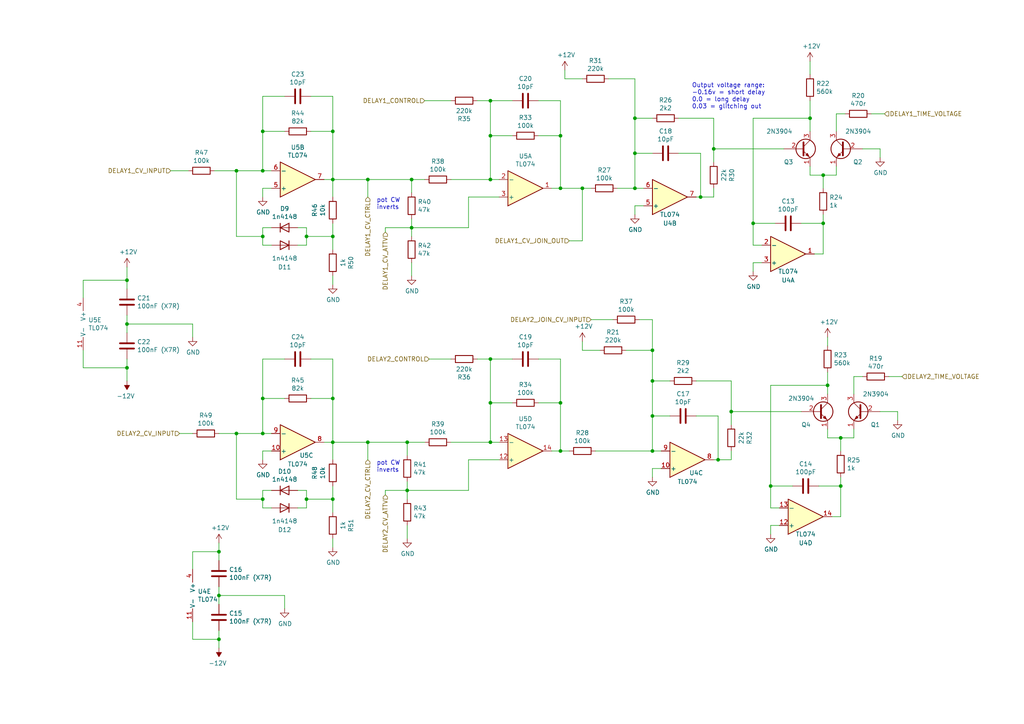
<source format=kicad_sch>
(kicad_sch (version 20211123) (generator eeschema)
  (paper "A4")
  (title_block (date "2022-01-13") (rev "v03") (comment 2 "creativecommons.org/licenses/by/4.0/") (comment 3 "License: CC BY 4.0") (comment 4 "Author: Guy John"))
  (lib_symbols
    (symbol "Amplifier_Operational:TL074" (pin_names (offset 0.127))
      (property "Reference" "U" (at 0 5.08 0))
      (property "Value" "TL074" (at 0 -5.08 0))
      (symbol "TL074_1_1"
        (polyline (pts (xy -5.08 5.08) (xy 5.08 0) (xy -5.08 -5.08) (xy -5.08 5.08)) (stroke (width 0.254)) (fill (type background)))
        (pin output line (at 7.62 0 180) (length 2.54) (name "~") (number "1"))
        (pin input line (at -7.62 -2.54 0) (length 2.54) (name "-") (number "2"))
        (pin input line (at -7.62 2.54 0) (length 2.54) (name "+") (number "3"))
      )
      (symbol "TL074_2_1"
        (polyline (pts (xy -5.08 5.08) (xy 5.08 0) (xy -5.08 -5.08) (xy -5.08 5.08)) (stroke (width 0.254)) (fill (type background)))
        (pin input line (at -7.62 2.54 0) (length 2.54) (name "+") (number "5"))
        (pin input line (at -7.62 -2.54 0) (length 2.54) (name "-") (number "6"))
        (pin output line (at 7.62 0 180) (length 2.54) (name "~") (number "7"))
      )
      (symbol "TL074_3_1"
        (polyline (pts (xy -5.08 5.08) (xy 5.08 0) (xy -5.08 -5.08) (xy -5.08 5.08)) (stroke (width 0.254)) (fill (type background)))
        (pin input line (at -7.62 2.54 0) (length 2.54) (name "+") (number "10"))
        (pin output line (at 7.62 0 180) (length 2.54) (name "~") (number "8"))
        (pin input line (at -7.62 -2.54 0) (length 2.54) (name "-") (number "9"))
      )
      (symbol "TL074_4_1"
        (polyline (pts (xy -5.08 5.08) (xy 5.08 0) (xy -5.08 -5.08) (xy -5.08 5.08)) (stroke (width 0.254)) (fill (type background)))
        (pin input line (at -7.62 2.54 0) (length 2.54) (name "+") (number "12"))
        (pin input line (at -7.62 -2.54 0) (length 2.54) (name "-") (number "13"))
        (pin output line (at 7.62 0 180) (length 2.54) (name "~") (number "14"))
      )
      (symbol "TL074_5_1"
        (pin power_in line (at -2.54 -7.62 90) (length 3.81) (name "V-") (number "11"))
        (pin power_in line (at -2.54 7.62 270) (length 3.81) (name "V+") (number "4"))
      )
    )
    (symbol "Device:C" (pin_numbers hide) (pin_names (offset 0.254))
      (property "Reference" "C" (at 0.635 2.54 0))
      (property "Value" "C" (at 0.635 -2.54 0))
      (symbol "C_0_1"
        (polyline (pts (xy -2.032 -0.762) (xy 2.032 -0.762)) (stroke (width 0.508)))
        (polyline (pts (xy -2.032 0.762) (xy 2.032 0.762)) (stroke (width 0.508)))
      )
      (symbol "C_1_1"
        (pin passive line (at 0 3.81 270) (length 2.794) (name "~") (number "1"))
        (pin passive line (at 0 -3.81 90) (length 2.794) (name "~") (number "2"))
      )
    )
    (symbol "Device:D" (pin_numbers hide) (pin_names (offset 1.016) hide)
      (property "Reference" "D" (at 0 2.54 0))
      (property "Value" "D" (at 0 -2.54 0))
      (symbol "D_0_1"
        (polyline (pts (xy -1.27 1.27) (xy -1.27 -1.27)) (stroke (width 0.254)))
        (polyline (pts (xy 1.27 0) (xy -1.27 0)))
        (polyline (pts (xy 1.27 1.27) (xy 1.27 -1.27) (xy -1.27 0) (xy 1.27 1.27)) (stroke (width 0.254)))
      )
      (symbol "D_1_1"
        (pin passive line (at -3.81 0 0) (length 2.54) (name "K") (number "1"))
        (pin passive line (at 3.81 0 180) (length 2.54) (name "A") (number "2"))
      )
    )
    (symbol "Device:R" (pin_numbers hide) (pin_names (offset 0))
      (property "Reference" "R" (at 2.032 0 90))
      (property "Value" "R" (at 0 0 90))
      (symbol "R_0_1"
        (rectangle (start -1.016 -2.54) (end 1.016 2.54) (stroke (width 0.254)))
      )
      (symbol "R_1_1"
        (pin passive line (at 0 3.81 270) (length 1.27) (name "~") (number "1"))
        (pin passive line (at 0 -3.81 90) (length 1.27) (name "~") (number "2"))
      )
    )
    (symbol "Transistor_BJT:2N3904" (pin_names (offset 0) hide)
      (property "Reference" "Q" (at 5.08 1.905 0))
      (property "Value" "2N3904" (at 5.08 0 0))
      (symbol "2N3904_0_1"
        (polyline (pts (xy 0.635 0.635) (xy 2.54 2.54)))
        (polyline (pts (xy 0.635 -0.635) (xy 2.54 -2.54) (xy 2.54 -2.54)))
        (polyline (pts (xy 0.635 1.905) (xy 0.635 -1.905) (xy 0.635 -1.905)) (stroke (width 0.508)))
        (polyline (pts (xy 1.27 -1.778) (xy 1.778 -1.27) (xy 2.286 -2.286) (xy 1.27 -1.778) (xy 1.27 -1.778)) (fill (type outline)))
        (circle (center 1.27 0) (radius 2.8194) (stroke (width 0.254)))
      )
      (symbol "2N3904_1_1"
        (pin passive line (at 2.54 -5.08 90) (length 2.54) (name "E") (number "1"))
        (pin passive line (at -5.08 0 0) (length 5.715) (name "B") (number "2"))
        (pin passive line (at 2.54 5.08 270) (length 2.54) (name "C") (number "3"))
      )
    )
    (symbol "power:+12V" (power) (pin_names (offset 0))
      (property "Value" "+12V" (at 0 3.556 0))
      (symbol "+12V_0_1"
        (polyline (pts (xy -0.762 1.27) (xy 0 2.54)))
        (polyline (pts (xy 0 0) (xy 0 2.54)))
        (polyline (pts (xy 0 2.54) (xy 0.762 1.27)))
      )
      (symbol "+12V_1_1"
        (pin power_in line (at 0 0 90) (length 0) hide (name "+12V") (number "1"))
      )
    )
    (symbol "power:-12V" (power) (pin_names (offset 0))
      (property "Value" "-12V" (at 0 3.81 0))
      (symbol "-12V_0_0"
        (pin power_in line (at 0 0 90) (length 0) hide (name "-12V") (number "1"))
      )
      (symbol "-12V_0_1"
        (polyline (pts (xy 0 0) (xy 0 1.27) (xy 0.762 1.27) (xy 0 2.54) (xy -0.762 1.27) (xy 0 1.27)) (fill (type outline)))
      )
    )
    (symbol "power:GND" (power) (pin_names (offset 0))
      (property "Value" "GND" (at 0 -3.81 0))
      (symbol "GND_0_1"
        (polyline (pts (xy 0 0) (xy 0 -1.27) (xy 1.27 -1.27) (xy 0 -2.54) (xy -1.27 -1.27) (xy 0 -1.27)))
      )
      (symbol "GND_1_1"
        (pin power_in line (at 0 0 270) (length 0) hide (name "GND") (number "1"))
      )
    )
  )
  (junction (at 36.83 106.68))
  (junction (at 118.11 142.24))
  (junction (at 142.24 52.07))
  (junction (at 203.2 57.15))
  (junction (at 234.95 34.29))
  (junction (at 240.03 111.76))
  (junction (at 189.23 130.81))
  (junction (at 207.01 43.18))
  (junction (at 184.15 34.29))
  (junction (at 238.76 64.77))
  (junction (at 96.52 115.57))
  (junction (at 184.15 54.61))
  (junction (at 189.23 101.6))
  (junction (at 68.58 125.73))
  (junction (at 162.56 39.37))
  (junction (at 162.56 130.81))
  (junction (at 162.56 54.61))
  (junction (at 106.68 52.07))
  (junction (at 118.11 128.27))
  (junction (at 76.2 125.73))
  (junction (at 119.38 66.04))
  (junction (at 96.52 128.27))
  (junction (at 243.84 127))
  (junction (at 88.9 144.78))
  (junction (at 142.24 39.37))
  (junction (at 63.5 160.02))
  (junction (at 142.24 116.84))
  (junction (at 76.2 49.53))
  (junction (at 142.24 128.27))
  (junction (at 106.68 128.27))
  (junction (at 36.83 93.98))
  (junction (at 184.15 44.45))
  (junction (at 96.52 52.07))
  (junction (at 76.2 38.1))
  (junction (at 96.52 68.58))
  (junction (at 243.84 140.97))
  (junction (at 63.5 172.72))
  (junction (at 142.24 104.14))
  (junction (at 168.91 54.61))
  (junction (at 63.5 185.42))
  (junction (at 208.28 133.35))
  (junction (at 142.24 29.21))
  (junction (at 238.76 50.8))
  (junction (at 68.58 49.53))
  (junction (at 189.23 120.65))
  (junction (at 76.2 144.78))
  (junction (at 189.23 110.49))
  (junction (at 96.52 144.78))
  (junction (at 96.52 38.1))
  (junction (at 119.38 52.07))
  (junction (at 162.56 116.84))
  (junction (at 76.2 115.57))
  (junction (at 212.09 119.38))
  (junction (at 218.44 64.77))
  (junction (at 88.9 68.58))
  (junction (at 76.2 68.58))
  (junction (at 223.52 140.97))
  (junction (at 36.83 81.28))
  (wire (pts (xy 168.91 69.85) (xy 168.91 54.61)))
  (wire (pts (xy 76.2 147.32) (xy 76.2 144.78)))
  (wire (pts (xy 227.33 43.18) (xy 207.01 43.18)))
  (wire (pts (xy 63.5 172.72) (xy 63.5 175.26)))
  (wire (pts (xy 243.84 130.81) (xy 243.84 127)))
  (wire (pts (xy 156.21 29.21) (xy 162.56 29.21)))
  (wire (pts (xy 207.01 34.29) (xy 207.01 43.18)))
  (wire (pts (xy 106.68 128.27) (xy 106.68 133.35)))
  (wire (pts (xy 240.03 111.76) (xy 240.03 114.3)))
  (wire (pts (xy 118.11 142.24) (xy 118.11 144.78)))
  (wire (pts (xy 189.23 135.89) (xy 189.23 138.43)))
  (wire (pts (xy 76.2 115.57) (xy 76.2 104.14)))
  (wire (pts (xy 86.36 142.24) (xy 88.9 142.24)))
  (wire (pts (xy 76.2 115.57) (xy 82.55 115.57)))
  (wire (pts (xy 63.5 160.02) (xy 63.5 162.56)))
  (wire (pts (xy 96.52 52.07) (xy 106.68 52.07)))
  (wire (pts (xy 223.52 140.97) (xy 223.52 147.32)))
  (wire (pts (xy 163.83 20.32) (xy 163.83 22.86)))
  (wire (pts (xy 55.88 185.42) (xy 63.5 185.42)))
  (wire (pts (xy 76.2 68.58) (xy 76.2 66.04)))
  (wire (pts (xy 142.24 128.27) (xy 144.78 128.27)))
  (wire (pts (xy 24.13 81.28) (xy 24.13 86.36)))
  (wire (pts (xy 24.13 106.68) (xy 36.83 106.68)))
  (wire (pts (xy 142.24 116.84) (xy 148.59 116.84)))
  (wire (pts (xy 247.65 109.22) (xy 250.19 109.22)))
  (wire (pts (xy 76.2 49.53) (xy 78.74 49.53)))
  (wire (pts (xy 111.76 66.04) (xy 119.38 66.04)))
  (wire (pts (xy 96.52 27.94) (xy 90.17 27.94)))
  (wire (pts (xy 252.73 33.02) (xy 256.54 33.02)))
  (wire (pts (xy 63.5 182.88) (xy 63.5 185.42)))
  (wire (pts (xy 36.83 106.68) (xy 36.83 110.49)))
  (wire (pts (xy 76.2 125.73) (xy 76.2 115.57)))
  (wire (pts (xy 76.2 27.94) (xy 76.2 38.1)))
  (wire (pts (xy 160.02 54.61) (xy 162.56 54.61)))
  (wire (pts (xy 223.52 140.97) (xy 229.87 140.97)))
  (wire (pts (xy 119.38 55.88) (xy 119.38 52.07)))
  (wire (pts (xy 189.23 101.6) (xy 189.23 110.49)))
  (wire (pts (xy 184.15 54.61) (xy 186.69 54.61)))
  (wire (pts (xy 96.52 140.97) (xy 96.52 144.78)))
  (wire (pts (xy 185.42 92.71) (xy 189.23 92.71)))
  (wire (pts (xy 93.98 128.27) (xy 96.52 128.27)))
  (wire (pts (xy 78.74 54.61) (xy 76.2 54.61)))
  (wire (pts (xy 237.49 140.97) (xy 243.84 140.97)))
  (wire (pts (xy 207.01 57.15) (xy 207.01 54.61)))
  (wire (pts (xy 212.09 110.49) (xy 212.09 119.38)))
  (wire (pts (xy 250.19 43.18) (xy 255.27 43.18)))
  (wire (pts (xy 201.93 57.15) (xy 203.2 57.15)))
  (wire (pts (xy 78.74 130.81) (xy 76.2 130.81)))
  (wire (pts (xy 76.2 142.24) (xy 78.74 142.24)))
  (wire (pts (xy 212.09 133.35) (xy 212.09 130.81)))
  (wire (pts (xy 55.88 160.02) (xy 63.5 160.02)))
  (wire (pts (xy 49.53 49.53) (xy 54.61 49.53)))
  (wire (pts (xy 76.2 49.53) (xy 76.2 38.1)))
  (wire (pts (xy 76.2 125.73) (xy 78.74 125.73)))
  (wire (pts (xy 184.15 54.61) (xy 184.15 44.45)))
  (wire (pts (xy 96.52 104.14) (xy 96.52 115.57)))
  (wire (pts (xy 156.21 39.37) (xy 162.56 39.37)))
  (wire (pts (xy 238.76 62.23) (xy 238.76 64.77)))
  (wire (pts (xy 242.57 33.02) (xy 245.11 33.02)))
  (wire (pts (xy 142.24 39.37) (xy 142.24 52.07)))
  (wire (pts (xy 119.38 63.5) (xy 119.38 66.04)))
  (wire (pts (xy 96.52 68.58) (xy 96.52 72.39)))
  (wire (pts (xy 118.11 128.27) (xy 123.19 128.27)))
  (wire (pts (xy 88.9 68.58) (xy 88.9 71.12)))
  (wire (pts (xy 88.9 66.04) (xy 88.9 68.58)))
  (wire (pts (xy 208.28 120.65) (xy 201.93 120.65)))
  (wire (pts (xy 234.95 34.29) (xy 234.95 29.21)))
  (wire (pts (xy 162.56 54.61) (xy 168.91 54.61)))
  (wire (pts (xy 119.38 76.2) (xy 119.38 80.01)))
  (wire (pts (xy 55.88 160.02) (xy 55.88 165.1)))
  (wire (pts (xy 76.2 54.61) (xy 76.2 57.15)))
  (wire (pts (xy 242.57 38.1) (xy 242.57 33.02)))
  (wire (pts (xy 172.72 130.81) (xy 189.23 130.81)))
  (wire (pts (xy 176.53 22.86) (xy 184.15 22.86)))
  (wire (pts (xy 135.89 66.04) (xy 119.38 66.04)))
  (wire (pts (xy 203.2 57.15) (xy 207.01 57.15)))
  (wire (pts (xy 148.59 104.14) (xy 142.24 104.14)))
  (wire (pts (xy 76.2 38.1) (xy 82.55 38.1)))
  (wire (pts (xy 135.89 57.15) (xy 135.89 66.04)))
  (wire (pts (xy 96.52 156.21) (xy 96.52 158.75)))
  (wire (pts (xy 144.78 57.15) (xy 135.89 57.15)))
  (wire (pts (xy 130.81 52.07) (xy 142.24 52.07)))
  (wire (pts (xy 76.2 68.58) (xy 68.58 68.58)))
  (wire (pts (xy 240.03 107.95) (xy 240.03 111.76)))
  (wire (pts (xy 242.57 48.26) (xy 242.57 50.8)))
  (wire (pts (xy 96.52 38.1) (xy 90.17 38.1)))
  (wire (pts (xy 218.44 34.29) (xy 234.95 34.29)))
  (wire (pts (xy 240.03 127) (xy 240.03 124.46)))
  (wire (pts (xy 223.52 111.76) (xy 240.03 111.76)))
  (wire (pts (xy 243.84 138.43) (xy 243.84 140.97)))
  (wire (pts (xy 243.84 127) (xy 240.03 127)))
  (wire (pts (xy 118.11 152.4) (xy 118.11 156.21)))
  (wire (pts (xy 24.13 101.6) (xy 24.13 106.68)))
  (wire (pts (xy 242.57 50.8) (xy 238.76 50.8)))
  (wire (pts (xy 243.84 140.97) (xy 243.84 149.86)))
  (wire (pts (xy 68.58 68.58) (xy 68.58 49.53)))
  (wire (pts (xy 220.98 71.12) (xy 218.44 71.12)))
  (wire (pts (xy 208.28 133.35) (xy 212.09 133.35)))
  (wire (pts (xy 111.76 142.24) (xy 118.11 142.24)))
  (wire (pts (xy 63.5 172.72) (xy 82.55 172.72)))
  (wire (pts (xy 255.27 43.18) (xy 255.27 45.72)))
  (wire (pts (xy 88.9 71.12) (xy 86.36 71.12)))
  (wire (pts (xy 238.76 73.66) (xy 236.22 73.66)))
  (wire (pts (xy 238.76 50.8) (xy 234.95 50.8)))
  (wire (pts (xy 238.76 54.61) (xy 238.76 50.8)))
  (wire (pts (xy 96.52 144.78) (xy 88.9 144.78)))
  (wire (pts (xy 76.2 144.78) (xy 68.58 144.78)))
  (wire (pts (xy 96.52 52.07) (xy 96.52 57.15)))
  (wire (pts (xy 36.83 106.68) (xy 36.83 104.14)))
  (wire (pts (xy 189.23 110.49) (xy 194.31 110.49)))
  (wire (pts (xy 142.24 29.21) (xy 142.24 39.37)))
  (wire (pts (xy 96.52 80.01) (xy 96.52 82.55)))
  (wire (pts (xy 184.15 34.29) (xy 189.23 34.29)))
  (wire (pts (xy 90.17 104.14) (xy 96.52 104.14)))
  (wire (pts (xy 63.5 170.18) (xy 63.5 172.72)))
  (wire (pts (xy 90.17 115.57) (xy 96.52 115.57)))
  (wire (pts (xy 212.09 119.38) (xy 212.09 123.19)))
  (wire (pts (xy 76.2 125.73) (xy 68.58 125.73)))
  (wire (pts (xy 78.74 71.12) (xy 76.2 71.12)))
  (wire (pts (xy 223.52 152.4) (xy 223.52 154.94)))
  (wire (pts (xy 168.91 54.61) (xy 171.45 54.61)))
  (wire (pts (xy 24.13 81.28) (xy 36.83 81.28)))
  (wire (pts (xy 142.24 104.14) (xy 142.24 116.84)))
  (wire (pts (xy 179.07 54.61) (xy 184.15 54.61)))
  (wire (pts (xy 247.65 124.46) (xy 247.65 127)))
  (wire (pts (xy 218.44 71.12) (xy 218.44 64.77)))
  (wire (pts (xy 189.23 44.45) (xy 184.15 44.45)))
  (wire (pts (xy 186.69 59.69) (xy 184.15 59.69)))
  (wire (pts (xy 148.59 39.37) (xy 142.24 39.37)))
  (wire (pts (xy 138.43 29.21) (xy 142.24 29.21)))
  (wire (pts (xy 96.52 144.78) (xy 96.52 148.59)))
  (wire (pts (xy 76.2 104.14) (xy 82.55 104.14)))
  (wire (pts (xy 208.28 133.35) (xy 208.28 120.65)))
  (wire (pts (xy 184.15 22.86) (xy 184.15 34.29)))
  (wire (pts (xy 238.76 73.66) (xy 238.76 64.77)))
  (wire (pts (xy 189.23 110.49) (xy 189.23 120.65)))
  (wire (pts (xy 36.83 93.98) (xy 55.88 93.98)))
  (wire (pts (xy 76.2 71.12) (xy 76.2 68.58)))
  (wire (pts (xy 218.44 76.2) (xy 218.44 78.74)))
  (wire (pts (xy 36.83 91.44) (xy 36.83 93.98)))
  (wire (pts (xy 123.19 29.21) (xy 130.81 29.21)))
  (wire (pts (xy 88.9 142.24) (xy 88.9 144.78)))
  (wire (pts (xy 96.52 64.77) (xy 96.52 68.58)))
  (wire (pts (xy 232.41 119.38) (xy 212.09 119.38)))
  (wire (pts (xy 189.23 92.71) (xy 189.23 101.6)))
  (wire (pts (xy 207.01 43.18) (xy 207.01 46.99)))
  (wire (pts (xy 162.56 130.81) (xy 162.56 116.84)))
  (wire (pts (xy 135.89 133.35) (xy 144.78 133.35)))
  (wire (pts (xy 96.52 52.07) (xy 96.52 38.1)))
  (wire (pts (xy 142.24 52.07) (xy 144.78 52.07)))
  (wire (pts (xy 218.44 64.77) (xy 218.44 34.29)))
  (wire (pts (xy 142.24 128.27) (xy 142.24 116.84)))
  (wire (pts (xy 171.45 92.71) (xy 177.8 92.71)))
  (wire (pts (xy 63.5 185.42) (xy 63.5 187.96)))
  (wire (pts (xy 234.95 17.78) (xy 234.95 21.59)))
  (wire (pts (xy 63.5 125.73) (xy 68.58 125.73)))
  (wire (pts (xy 36.83 81.28) (xy 36.83 83.82)))
  (wire (pts (xy 93.98 52.07) (xy 96.52 52.07)))
  (wire (pts (xy 55.88 180.34) (xy 55.88 185.42)))
  (wire (pts (xy 76.2 130.81) (xy 76.2 133.35)))
  (wire (pts (xy 240.03 100.33) (xy 240.03 97.79)))
  (wire (pts (xy 106.68 57.15) (xy 106.68 52.07)))
  (wire (pts (xy 68.58 144.78) (xy 68.58 125.73)))
  (wire (pts (xy 76.2 66.04) (xy 78.74 66.04)))
  (wire (pts (xy 96.52 128.27) (xy 106.68 128.27)))
  (wire (pts (xy 78.74 147.32) (xy 76.2 147.32)))
  (wire (pts (xy 234.95 34.29) (xy 234.95 38.1)))
  (wire (pts (xy 162.56 29.21) (xy 162.56 39.37)))
  (wire (pts (xy 203.2 44.45) (xy 196.85 44.45)))
  (wire (pts (xy 207.01 133.35) (xy 208.28 133.35)))
  (wire (pts (xy 118.11 139.7) (xy 118.11 142.24)))
  (wire (pts (xy 82.55 172.72) (xy 82.55 176.53)))
  (wire (pts (xy 189.23 130.81) (xy 191.77 130.81)))
  (wire (pts (xy 257.81 109.22) (xy 261.62 109.22)))
  (wire (pts (xy 223.52 140.97) (xy 223.52 111.76)))
  (wire (pts (xy 106.68 52.07) (xy 119.38 52.07)))
  (wire (pts (xy 63.5 157.48) (xy 63.5 160.02)))
  (wire (pts (xy 232.41 64.77) (xy 238.76 64.77)))
  (wire (pts (xy 138.43 104.14) (xy 142.24 104.14)))
  (wire (pts (xy 184.15 44.45) (xy 184.15 34.29)))
  (wire (pts (xy 135.89 133.35) (xy 135.89 142.24)))
  (wire (pts (xy 119.38 66.04) (xy 119.38 68.58)))
  (wire (pts (xy 194.31 120.65) (xy 189.23 120.65)))
  (wire (pts (xy 36.83 77.47) (xy 36.83 81.28)))
  (wire (pts (xy 82.55 27.94) (xy 76.2 27.94)))
  (wire (pts (xy 191.77 135.89) (xy 189.23 135.89)))
  (wire (pts (xy 88.9 147.32) (xy 86.36 147.32)))
  (wire (pts (xy 142.24 29.21) (xy 148.59 29.21)))
  (wire (pts (xy 68.58 49.53) (xy 76.2 49.53)))
  (wire (pts (xy 163.83 22.86) (xy 168.91 22.86)))
  (wire (pts (xy 106.68 128.27) (xy 118.11 128.27)))
  (wire (pts (xy 203.2 57.15) (xy 203.2 44.45)))
  (wire (pts (xy 86.36 66.04) (xy 88.9 66.04)))
  (wire (pts (xy 76.2 144.78) (xy 76.2 142.24)))
  (wire (pts (xy 255.27 119.38) (xy 260.35 119.38)))
  (wire (pts (xy 96.52 38.1) (xy 96.52 27.94)))
  (wire (pts (xy 218.44 64.77) (xy 224.79 64.77)))
  (wire (pts (xy 88.9 144.78) (xy 88.9 147.32)))
  (wire (pts (xy 168.91 99.06) (xy 168.91 101.6)))
  (wire (pts (xy 52.07 125.73) (xy 55.88 125.73)))
  (wire (pts (xy 247.65 127) (xy 243.84 127)))
  (wire (pts (xy 243.84 149.86) (xy 241.3 149.86)))
  (wire (pts (xy 96.52 115.57) (xy 96.52 128.27)))
  (wire (pts (xy 55.88 93.98) (xy 55.88 97.79)))
  (wire (pts (xy 181.61 101.6) (xy 189.23 101.6)))
  (wire (pts (xy 189.23 130.81) (xy 189.23 120.65)))
  (wire (pts (xy 68.58 49.53) (xy 62.23 49.53)))
  (wire (pts (xy 36.83 93.98) (xy 36.83 96.52)))
  (wire (pts (xy 220.98 76.2) (xy 218.44 76.2)))
  (wire (pts (xy 260.35 119.38) (xy 260.35 121.92)))
  (wire (pts (xy 168.91 101.6) (xy 173.99 101.6)))
  (wire (pts (xy 162.56 130.81) (xy 165.1 130.81)))
  (wire (pts (xy 124.46 104.14) (xy 130.81 104.14)))
  (wire (pts (xy 234.95 50.8) (xy 234.95 48.26)))
  (wire (pts (xy 111.76 67.31) (xy 111.76 66.04)))
  (wire (pts (xy 111.76 143.51) (xy 111.76 142.24)))
  (wire (pts (xy 130.81 128.27) (xy 142.24 128.27)))
  (wire (pts (xy 162.56 39.37) (xy 162.56 54.61)))
  (wire (pts (xy 135.89 142.24) (xy 118.11 142.24)))
  (wire (pts (xy 247.65 114.3) (xy 247.65 109.22)))
  (wire (pts (xy 162.56 104.14) (xy 156.21 104.14)))
  (wire (pts (xy 226.06 147.32) (xy 223.52 147.32)))
  (wire (pts (xy 96.52 133.35) (xy 96.52 128.27)))
  (wire (pts (xy 162.56 116.84) (xy 156.21 116.84)))
  (wire (pts (xy 196.85 34.29) (xy 207.01 34.29)))
  (wire (pts (xy 96.52 68.58) (xy 88.9 68.58)))
  (wire (pts (xy 201.93 110.49) (xy 212.09 110.49)))
  (wire (pts (xy 226.06 152.4) (xy 223.52 152.4)))
  (wire (pts (xy 160.02 130.81) (xy 162.56 130.81)))
  (wire (pts (xy 162.56 104.14) (xy 162.56 116.84)))
  (wire (pts (xy 168.91 69.85) (xy 165.1 69.85)))
  (wire (pts (xy 184.15 59.69) (xy 184.15 62.23)))
  (wire (pts (xy 118.11 132.08) (xy 118.11 128.27)))
  (wire (pts (xy 119.38 52.07) (xy 123.19 52.07)))
  (text "Output voltage range:\n-0.16v = short delay\n0.0 = long delay\n0.03 = glitching out" (at 200.66 31.75 0) (effects (font (size 1.27 1.27)) (justify left bottom)))
  (text "pot CW\ninverts" (at 109.22 60.96 0) (effects (font (size 1.27 1.27)) (justify left bottom)))
  (text "pot CW\ninverts" (at 109.22 137.16 0) (effects (font (size 1.27 1.27)) (justify left bottom)))
  (hierarchical_label "DELAY1_CV_JOIN_OUT" (shape input) (at 165.1 69.85 180))
  (hierarchical_label "DELAY2_CV_CTRL" (shape input) (at 106.68 133.35 270))
  (hierarchical_label "DELAY1_CONTROL" (shape input) (at 123.19 29.21 180))
  (hierarchical_label "DELAY1_TIME_VOLTAGE" (shape input) (at 256.54 33.02 0))
  (hierarchical_label "DELAY2_JOIN_CV_INPUT" (shape input) (at 171.45 92.71 180))
  (hierarchical_label "DELAY1_CV_CTRL" (shape input) (at 106.68 57.15 270))
  (hierarchical_label "DELAY2_TIME_VOLTAGE" (shape input) (at 261.62 109.22 0))
  (hierarchical_label "DELAY2_CV_ATTV" (shape input) (at 111.76 143.51 270))
  (hierarchical_label "DELAY1_CV_INPUT" (shape input) (at 49.53 49.53 180))
  (hierarchical_label "DELAY1_CV_ATTV" (shape input) (at 111.76 67.31 270))
  (hierarchical_label "DELAY2_CONTROL" (shape input) (at 124.46 104.14 180))
  (hierarchical_label "DELAY2_CV_INPUT" (shape input) (at 52.07 125.73 180))
  (symbol (lib_id "Amplifier_Operational:TL074") (at 26.67 93.98 0) (unit 5)
    (property "Reference" "U5" (at 25.6032 92.8116 0) (effects (justify left)))
    (property "Value" "TL074" (at 25.6032 95.123 0) (effects (justify left)))
    (property "Footprint" "Rumblesan_Footprints:DIP-14_W7.62mm_Socket" (effects hide))
    (property "Datasheet" "http://www.ti.com/lit/ds/symlink/tl071.pdf" (effects hide))
  )
  (symbol (lib_id "Amplifier_Operational:TL074") (at 58.42 172.72 0) (unit 5)
    (property "Reference" "U4" (at 57.3532 171.5516 0) (effects (justify left)))
    (property "Value" "TL074" (at 57.3532 173.863 0) (effects (justify left)))
    (property "Footprint" "Rumblesan_Footprints:DIP-14_W7.62mm_Socket" (effects hide))
    (property "Datasheet" "http://www.ti.com/lit/ds/symlink/tl071.pdf" (effects hide))
  )
  (symbol (lib_id "Device:C") (at 63.5 166.37 180) (unit 1)
    (property "Reference" "C16" (at 66.421 165.2016 0) (effects (justify right)))
    (property "Value" "100nF (X7R)" (at 66.421 167.513 0) (effects (justify right)))
    (property "Footprint" "Rumblesan_Footprints:C_Rect_L7.0mm_W3.5mm_P5.00mm" (effects hide))
  )
  (symbol (lib_id "Device:C") (at 63.5 179.07 180) (unit 1)
    (property "Reference" "C15" (at 66.421 177.9016 0) (effects (justify right)))
    (property "Value" "100nF (X7R)" (at 66.421 180.213 0) (effects (justify right)))
    (property "Footprint" "Rumblesan_Footprints:C_Rect_L7.0mm_W3.5mm_P5.00mm" (effects hide))
  )
  (symbol (lib_id "Device:C") (at 36.83 87.63 180) (unit 1)
    (property "Reference" "C21" (at 39.751 86.4616 0) (effects (justify right)))
    (property "Value" "100nF (X7R)" (at 39.751 88.773 0) (effects (justify right)))
    (property "Footprint" "Rumblesan_Footprints:C_Rect_L7.0mm_W3.5mm_P5.00mm" (effects hide))
  )
  (symbol (lib_id "Device:C") (at 36.83 100.33 180) (unit 1)
    (property "Reference" "C22" (at 39.751 99.1616 0) (effects (justify right)))
    (property "Value" "100nF (X7R)" (at 39.751 101.473 0) (effects (justify right)))
    (property "Footprint" "Rumblesan_Footprints:C_Rect_L7.0mm_W3.5mm_P5.00mm" (effects hide))
  )
  (symbol (lib_id "Device:R") (at 96.52 76.2 180) (unit 1)
    (property "Reference" "R50" (at 101.7778 76.2 90))
    (property "Value" "1k" (at 99.4664 76.2 90))
    (property "Footprint" "Rumblesan_Footprints:Resistor_THT_L6.3mm_D2.5mm_P10.16mm_Horizontal" (effects hide))
  )
  (symbol (lib_id "Device:R") (at 96.52 60.96 0) (unit 1)
    (property "Reference" "R46" (at 91.2622 60.96 90))
    (property "Value" "10k" (at 93.5736 60.96 90))
    (property "Footprint" "Rumblesan_Footprints:Resistor_THT_L6.3mm_D2.5mm_P10.16mm_Horizontal" (effects hide))
  )
  (symbol (lib_id "Device:D") (at 82.55 66.04 0) (unit 1)
    (property "Reference" "D9" (at 82.55 60.5282 0))
    (property "Value" "1n4148" (at 82.55 62.8396 0))
    (property "Footprint" "Rumblesan_Footprints:Diode_THT_P7.62mm_Horizontal" (effects hide))
  )
  (symbol (lib_id "Device:D") (at 82.55 71.12 180) (unit 1)
    (property "Reference" "D11" (at 82.55 77.47 0))
    (property "Value" "1n4148" (at 82.55 74.93 0))
    (property "Footprint" "Rumblesan_Footprints:Diode_THT_P7.62mm_Horizontal" (effects hide))
  )
  (symbol (lib_id "Amplifier_Operational:TL074") (at 194.31 57.15 0) (mirror x) (unit 2)
    (property "Reference" "U4" (at 194.31 64.77 0))
    (property "Value" "TL074" (at 194.31 62.23 0))
    (property "Footprint" "Rumblesan_Footprints:DIP-14_W7.62mm_Socket" (effects hide))
    (property "Datasheet" "http://www.ti.com/lit/ds/symlink/tl071.pdf" (effects hide))
  )
  (symbol (lib_id "Amplifier_Operational:TL074") (at 199.39 133.35 0) (mirror x) (unit 3)
    (property "Reference" "U4" (at 201.93 137.16 0))
    (property "Value" "TL074" (at 199.39 139.7 0))
    (property "Footprint" "Rumblesan_Footprints:DIP-14_W7.62mm_Socket" (effects hide))
    (property "Datasheet" "http://www.ti.com/lit/ds/symlink/tl071.pdf" (effects hide))
  )
  (symbol (lib_id "Device:R") (at 198.12 110.49 270) (unit 1)
    (property "Reference" "R29" (at 198.12 105.2322 90))
    (property "Value" "2k2" (at 198.12 107.5436 90))
    (property "Footprint" "Rumblesan_Footprints:Resistor_THT_L6.3mm_D2.5mm_P10.16mm_Horizontal" (effects hide))
  )
  (symbol (lib_id "Device:R") (at 212.09 127 180) (unit 1)
    (property "Reference" "R32" (at 217.3478 127 90))
    (property "Value" "22k" (at 215.0364 127 90))
    (property "Footprint" "Rumblesan_Footprints:Resistor_THT_L6.3mm_D2.5mm_P10.16mm_Horizontal" (effects hide))
  )
  (symbol (lib_id "Device:C") (at 198.12 120.65 270) (unit 1)
    (property "Reference" "C17" (at 198.12 114.2492 90))
    (property "Value" "10pF" (at 198.12 116.5606 90))
    (property "Footprint" "Rumblesan_Footprints:C_Rect_L7.0mm_W3.5mm_P5.00mm" (effects hide))
  )
  (symbol (lib_id "Device:R") (at 177.8 101.6 270) (unit 1)
    (property "Reference" "R21" (at 177.8 96.3422 90))
    (property "Value" "220k" (at 177.8 98.6536 90))
    (property "Footprint" "Rumblesan_Footprints:Resistor_THT_L6.3mm_D2.5mm_P10.16mm_Horizontal" (effects hide))
  )
  (symbol (lib_id "Transistor_BJT:2N3904") (at 250.19 119.38 0) (mirror y) (unit 1)
    (property "Reference" "Q1" (at 255.27 123.19 0) (effects (justify left)))
    (property "Value" "2N3904" (at 257.81 114.3 0) (effects (justify left)))
    (property "Footprint" "Package_TO_SOT_THT:TO-92_Inline_Wide" (effects hide))
    (property "Datasheet" "https://www.onsemi.com/pub/Collateral/2N3903-D.PDF" (effects hide))
  )
  (symbol (lib_id "Transistor_BJT:2N3904") (at 237.49 119.38 0) (unit 1)
    (property "Reference" "Q4" (at 232.41 123.19 0) (effects (justify left)))
    (property "Value" "2N3904" (at 228.6 115.57 0) (effects (justify left)))
    (property "Footprint" "Package_TO_SOT_THT:TO-92_Inline_Wide" (effects hide))
    (property "Datasheet" "https://www.onsemi.com/pub/Collateral/2N3903-D.PDF" (effects hide))
  )
  (symbol (lib_id "Device:R") (at 243.84 134.62 0) (unit 1)
    (property "Reference" "R25" (at 245.618 133.4516 0) (effects (justify left)))
    (property "Value" "1k" (at 245.618 135.763 0) (effects (justify left)))
    (property "Footprint" "Rumblesan_Footprints:Resistor_THT_L6.3mm_D2.5mm_P10.16mm_Horizontal" (effects hide))
  )
  (symbol (lib_id "Device:C") (at 233.68 140.97 90) (unit 1)
    (property "Reference" "C14" (at 233.68 134.5692 90))
    (property "Value" "100pF" (at 233.68 136.8806 90))
    (property "Footprint" "Rumblesan_Footprints:C_Rect_L7.0mm_W3.5mm_P5.00mm" (effects hide))
  )
  (symbol (lib_id "Device:R") (at 240.03 104.14 0) (unit 1)
    (property "Reference" "R23" (at 241.808 102.9716 0) (effects (justify left)))
    (property "Value" "560k" (at 241.808 105.283 0) (effects (justify left)))
    (property "Footprint" "Rumblesan_Footprints:Resistor_THT_L6.3mm_D2.5mm_P10.16mm_Horizontal" (effects hide))
  )
  (symbol (lib_id "Device:R") (at 254 109.22 270) (unit 1)
    (property "Reference" "R19" (at 254 103.9622 90))
    (property "Value" "470r" (at 254 106.2736 90))
    (property "Footprint" "Rumblesan_Footprints:Resistor_THT_L6.3mm_D2.5mm_P10.16mm_Horizontal" (effects hide))
  )
  (symbol (lib_id "Device:R") (at 168.91 130.81 270) (unit 1)
    (property "Reference" "R28" (at 168.91 125.5522 90))
    (property "Value" "100k" (at 168.91 127.8636 90))
    (property "Footprint" "Rumblesan_Footprints:Resistor_THT_L6.3mm_D2.5mm_P10.16mm_Horizontal" (effects hide))
  )
  (symbol (lib_id "Device:C") (at 152.4 104.14 270) (unit 1)
    (property "Reference" "C19" (at 152.4 97.7392 90))
    (property "Value" "10pF" (at 152.4 100.0506 90))
    (property "Footprint" "Rumblesan_Footprints:C_Rect_L7.0mm_W3.5mm_P5.00mm" (effects hide))
  )
  (symbol (lib_id "Device:R") (at 152.4 116.84 270) (unit 1)
    (property "Reference" "R34" (at 152.4 111.5822 90))
    (property "Value" "100k" (at 152.4 113.8936 90))
    (property "Footprint" "Rumblesan_Footprints:Resistor_THT_L6.3mm_D2.5mm_P10.16mm_Horizontal" (effects hide))
  )
  (symbol (lib_id "Device:R") (at 118.11 148.59 180) (unit 1)
    (property "Reference" "R43" (at 119.888 147.4216 0) (effects (justify right)))
    (property "Value" "47k" (at 119.888 149.733 0) (effects (justify right)))
    (property "Footprint" "Rumblesan_Footprints:Resistor_THT_L6.3mm_D2.5mm_P10.16mm_Horizontal" (effects hide))
  )
  (symbol (lib_id "Device:R") (at 127 128.27 270) (unit 1)
    (property "Reference" "R39" (at 127 123.0122 90))
    (property "Value" "100k" (at 127 125.3236 90))
    (property "Footprint" "Rumblesan_Footprints:Resistor_THT_L6.3mm_D2.5mm_P10.16mm_Horizontal" (effects hide))
  )
  (symbol (lib_id "Amplifier_Operational:TL074") (at 228.6 73.66 0) (mirror x) (unit 1)
    (property "Reference" "U4" (at 228.6 81.28 0))
    (property "Value" "TL074" (at 228.6 78.74 0))
    (property "Footprint" "Rumblesan_Footprints:DIP-14_W7.62mm_Socket" (effects hide))
    (property "Datasheet" "http://www.ti.com/lit/ds/symlink/tl071.pdf" (effects hide))
  )
  (symbol (lib_id "Amplifier_Operational:TL074") (at 86.36 52.07 0) (mirror x) (unit 2)
    (property "Reference" "U5" (at 86.36 42.7482 0))
    (property "Value" "TL074" (at 86.36 45.0596 0))
    (property "Footprint" "Rumblesan_Footprints:DIP-14_W7.62mm_Socket" (effects hide))
    (property "Datasheet" "http://www.ti.com/lit/ds/symlink/tl071.pdf" (effects hide))
  )
  (symbol (lib_id "Amplifier_Operational:TL074") (at 86.36 128.27 0) (mirror x) (unit 3)
    (property "Reference" "U5" (at 88.9 132.08 0))
    (property "Value" "TL074" (at 86.36 134.62 0))
    (property "Footprint" "Rumblesan_Footprints:DIP-14_W7.62mm_Socket" (effects hide))
    (property "Datasheet" "http://www.ti.com/lit/ds/symlink/tl071.pdf" (effects hide))
  )
  (symbol (lib_id "Device:R") (at 193.04 34.29 270) (unit 1)
    (property "Reference" "R26" (at 193.04 29.0322 90))
    (property "Value" "2k2" (at 193.04 31.3436 90))
    (property "Footprint" "Rumblesan_Footprints:Resistor_THT_L6.3mm_D2.5mm_P10.16mm_Horizontal" (effects hide))
  )
  (symbol (lib_id "Device:R") (at 207.01 50.8 180) (unit 1)
    (property "Reference" "R30" (at 212.2678 50.8 90))
    (property "Value" "22k" (at 209.9564 50.8 90))
    (property "Footprint" "Rumblesan_Footprints:Resistor_THT_L6.3mm_D2.5mm_P10.16mm_Horizontal" (effects hide))
  )
  (symbol (lib_id "Device:C") (at 193.04 44.45 270) (unit 1)
    (property "Reference" "C18" (at 193.04 38.0492 90))
    (property "Value" "10pF" (at 193.04 40.3606 90))
    (property "Footprint" "Rumblesan_Footprints:C_Rect_L7.0mm_W3.5mm_P5.00mm" (effects hide))
  )
  (symbol (lib_id "Transistor_BJT:2N3904") (at 245.11 43.18 0) (mirror y) (unit 1)
    (property "Reference" "Q2" (at 250.19 46.99 0) (effects (justify left)))
    (property "Value" "2N3904" (at 252.73 38.1 0) (effects (justify left)))
    (property "Footprint" "Package_TO_SOT_THT:TO-92_Inline_Wide" (effects hide))
    (property "Datasheet" "https://www.onsemi.com/pub/Collateral/2N3903-D.PDF" (effects hide))
  )
  (symbol (lib_id "Transistor_BJT:2N3904") (at 232.41 43.18 0) (unit 1)
    (property "Reference" "Q3" (at 227.33 46.99 0) (effects (justify left)))
    (property "Value" "2N3904" (at 222.25 38.1 0) (effects (justify left)))
    (property "Footprint" "Package_TO_SOT_THT:TO-92_Inline_Wide" (effects hide))
    (property "Datasheet" "https://www.onsemi.com/pub/Collateral/2N3903-D.PDF" (effects hide))
  )
  (symbol (lib_id "Device:R") (at 238.76 58.42 0) (unit 1)
    (property "Reference" "R24" (at 240.538 57.2516 0) (effects (justify left)))
    (property "Value" "1k" (at 240.538 59.563 0) (effects (justify left)))
    (property "Footprint" "Rumblesan_Footprints:Resistor_THT_L6.3mm_D2.5mm_P10.16mm_Horizontal" (effects hide))
  )
  (symbol (lib_id "Device:C") (at 228.6 64.77 90) (unit 1)
    (property "Reference" "C13" (at 228.6 58.3692 90))
    (property "Value" "100pF" (at 228.6 60.6806 90))
    (property "Footprint" "Rumblesan_Footprints:C_Rect_L7.0mm_W3.5mm_P5.00mm" (effects hide))
  )
  (symbol (lib_id "Device:R") (at 234.95 25.4 0) (unit 1)
    (property "Reference" "R22" (at 236.728 24.2316 0) (effects (justify left)))
    (property "Value" "560k" (at 236.728 26.543 0) (effects (justify left)))
    (property "Footprint" "Rumblesan_Footprints:Resistor_THT_L6.3mm_D2.5mm_P10.16mm_Horizontal" (effects hide))
  )
  (symbol (lib_id "Device:R") (at 248.92 33.02 270) (unit 1)
    (property "Reference" "R20" (at 248.92 27.7622 90))
    (property "Value" "470r" (at 248.92 30.0736 90))
    (property "Footprint" "Rumblesan_Footprints:Resistor_THT_L6.3mm_D2.5mm_P10.16mm_Horizontal" (effects hide))
  )
  (symbol (lib_id "Device:R") (at 127 52.07 270) (unit 1)
    (property "Reference" "R38" (at 127 46.8122 90))
    (property "Value" "100k" (at 127 49.1236 90))
    (property "Footprint" "Rumblesan_Footprints:Resistor_THT_L6.3mm_D2.5mm_P10.16mm_Horizontal" (effects hide))
  )
  (symbol (lib_id "Device:C") (at 86.36 27.94 270) (unit 1)
    (property "Reference" "C23" (at 86.36 21.5392 90))
    (property "Value" "10pF" (at 86.36 23.8506 90))
    (property "Footprint" "Rumblesan_Footprints:C_Rect_L7.0mm_W3.5mm_P5.00mm" (effects hide))
  )
  (symbol (lib_id "Device:R") (at 86.36 38.1 270) (unit 1)
    (property "Reference" "R44" (at 86.36 32.8422 90))
    (property "Value" "82k" (at 86.36 35.1536 90))
    (property "Footprint" "Rumblesan_Footprints:Resistor_THT_L6.3mm_D2.5mm_P10.16mm_Horizontal" (effects hide))
  )
  (symbol (lib_id "Device:R") (at 119.38 72.39 180) (unit 1)
    (property "Reference" "R42" (at 121.158 71.2216 0) (effects (justify right)))
    (property "Value" "47k" (at 121.158 73.533 0) (effects (justify right)))
    (property "Footprint" "Rumblesan_Footprints:Resistor_THT_L6.3mm_D2.5mm_P10.16mm_Horizontal" (effects hide))
  )
  (symbol (lib_id "Device:R") (at 58.42 49.53 270) (unit 1)
    (property "Reference" "R47" (at 58.42 44.2722 90))
    (property "Value" "100k" (at 58.42 46.5836 90))
    (property "Footprint" "Rumblesan_Footprints:Resistor_THT_L6.3mm_D2.5mm_P10.16mm_Horizontal" (effects hide))
  )
  (symbol (lib_id "Amplifier_Operational:TL074") (at 152.4 54.61 0) (mirror x) (unit 1)
    (property "Reference" "U5" (at 152.4 45.2882 0))
    (property "Value" "TL074" (at 152.4 47.5996 0))
    (property "Footprint" "Rumblesan_Footprints:DIP-14_W7.62mm_Socket" (effects hide))
    (property "Datasheet" "http://www.ti.com/lit/ds/symlink/tl071.pdf" (effects hide))
  )
  (symbol (lib_id "Amplifier_Operational:TL074") (at 152.4 130.81 0) (mirror x) (unit 4)
    (property "Reference" "U5" (at 152.4 121.4882 0))
    (property "Value" "TL074" (at 152.4 123.7996 0))
    (property "Footprint" "Rumblesan_Footprints:DIP-14_W7.62mm_Socket" (effects hide))
    (property "Datasheet" "http://www.ti.com/lit/ds/symlink/tl071.pdf" (effects hide))
  )
  (symbol (lib_id "Device:R") (at 152.4 39.37 270) (unit 1)
    (property "Reference" "R33" (at 152.4 34.1122 90))
    (property "Value" "100k" (at 152.4 36.4236 90))
    (property "Footprint" "Rumblesan_Footprints:Resistor_THT_L6.3mm_D2.5mm_P10.16mm_Horizontal" (effects hide))
  )
  (symbol (lib_id "Device:R") (at 175.26 54.61 270) (unit 1)
    (property "Reference" "R27" (at 175.26 49.3522 90))
    (property "Value" "100k" (at 175.26 51.6636 90))
    (property "Footprint" "Rumblesan_Footprints:Resistor_THT_L6.3mm_D2.5mm_P10.16mm_Horizontal" (effects hide))
  )
  (symbol (lib_id "Device:C") (at 152.4 29.21 270) (unit 1)
    (property "Reference" "C20" (at 152.4 22.8092 90))
    (property "Value" "10pF" (at 152.4 25.1206 90))
    (property "Footprint" "Rumblesan_Footprints:C_Rect_L7.0mm_W3.5mm_P5.00mm" (effects hide))
  )
  (symbol (lib_id "Device:R") (at 134.62 104.14 90) (unit 1)
    (property "Reference" "R36" (at 134.62 109.3978 90))
    (property "Value" "220k" (at 134.62 107.0864 90))
    (property "Footprint" "Rumblesan_Footprints:Resistor_THT_L6.3mm_D2.5mm_P10.16mm_Horizontal" (effects hide))
  )
  (symbol (lib_id "Amplifier_Operational:TL074") (at 233.68 149.86 0) (mirror x) (unit 4)
    (property "Reference" "U4" (at 233.68 157.48 0))
    (property "Value" "TL074" (at 233.68 154.94 0))
    (property "Footprint" "Rumblesan_Footprints:DIP-14_W7.62mm_Socket" (effects hide))
    (property "Datasheet" "http://www.ti.com/lit/ds/symlink/tl071.pdf" (effects hide))
  )
  (symbol (lib_id "Device:R") (at 86.36 115.57 90) (mirror x) (unit 1)
    (property "Reference" "R45" (at 86.36 110.3122 90))
    (property "Value" "82k" (at 86.36 112.6236 90))
    (property "Footprint" "Rumblesan_Footprints:Resistor_THT_L6.3mm_D2.5mm_P10.16mm_Horizontal" (effects hide))
  )
  (symbol (lib_id "Device:R") (at 59.69 125.73 90) (mirror x) (unit 1)
    (property "Reference" "R49" (at 59.69 120.4722 90))
    (property "Value" "100k" (at 59.69 122.7836 90))
    (property "Footprint" "Rumblesan_Footprints:Resistor_THT_L6.3mm_D2.5mm_P10.16mm_Horizontal" (effects hide))
  )
  (symbol (lib_id "Device:R") (at 181.61 92.71 90) (mirror x) (unit 1)
    (property "Reference" "R37" (at 181.61 87.4522 90))
    (property "Value" "100k" (at 181.61 89.7636 90))
    (property "Footprint" "Rumblesan_Footprints:Resistor_THT_L6.3mm_D2.5mm_P10.16mm_Horizontal" (effects hide))
  )
  (symbol (lib_id "Device:R") (at 172.72 22.86 270) (unit 1)
    (property "Reference" "R31" (at 172.72 17.6022 90))
    (property "Value" "220k" (at 172.72 19.9136 90))
    (property "Footprint" "Rumblesan_Footprints:Resistor_THT_L6.3mm_D2.5mm_P10.16mm_Horizontal" (effects hide))
  )
  (symbol (lib_id "Device:R") (at 134.62 29.21 90) (unit 1)
    (property "Reference" "R35" (at 134.62 34.4678 90))
    (property "Value" "220k" (at 134.62 32.1564 90))
    (property "Footprint" "Rumblesan_Footprints:Resistor_THT_L6.3mm_D2.5mm_P10.16mm_Horizontal" (effects hide))
  )
  (symbol (lib_id "Device:R") (at 119.38 59.69 180) (unit 1)
    (property "Reference" "R40" (at 121.158 58.5216 0) (effects (justify right)))
    (property "Value" "47k" (at 121.158 60.833 0) (effects (justify right)))
    (property "Footprint" "Rumblesan_Footprints:Resistor_THT_L6.3mm_D2.5mm_P10.16mm_Horizontal" (effects hide))
  )
  (symbol (lib_id "Device:R") (at 96.52 152.4 180) (unit 1)
    (property "Reference" "R51" (at 101.7778 152.4 90))
    (property "Value" "1k" (at 99.4664 152.4 90))
    (property "Footprint" "Rumblesan_Footprints:Resistor_THT_L6.3mm_D2.5mm_P10.16mm_Horizontal" (effects hide))
  )
  (symbol (lib_id "Device:D") (at 82.55 142.24 0) (unit 1)
    (property "Reference" "D10" (at 82.55 136.7282 0))
    (property "Value" "1n4148" (at 82.55 139.0396 0))
    (property "Footprint" "Rumblesan_Footprints:Diode_THT_P7.62mm_Horizontal" (effects hide))
  )
  (symbol (lib_id "Device:D") (at 82.55 147.32 180) (unit 1)
    (property "Reference" "D12" (at 82.55 153.67 0))
    (property "Value" "1n4148" (at 82.55 151.13 0))
    (property "Footprint" "Rumblesan_Footprints:Diode_THT_P7.62mm_Horizontal" (effects hide))
  )
  (symbol (lib_id "Device:R") (at 96.52 137.16 0) (unit 1)
    (property "Reference" "R48" (at 91.2622 137.16 90))
    (property "Value" "10k" (at 93.5736 137.16 90))
    (property "Footprint" "Rumblesan_Footprints:Resistor_THT_L6.3mm_D2.5mm_P10.16mm_Horizontal" (effects hide))
  )
  (symbol (lib_id "Device:R") (at 118.11 135.89 180) (unit 1)
    (property "Reference" "R41" (at 119.888 134.7216 0) (effects (justify right)))
    (property "Value" "47k" (at 119.888 137.033 0) (effects (justify right)))
    (property "Footprint" "Rumblesan_Footprints:Resistor_THT_L6.3mm_D2.5mm_P10.16mm_Horizontal" (effects hide))
  )
  (symbol (lib_id "Device:C") (at 86.36 104.14 270) (unit 1)
    (property "Reference" "C24" (at 86.36 97.7392 90))
    (property "Value" "10pF" (at 86.36 100.0506 90))
    (property "Footprint" "Rumblesan_Footprints:C_Rect_L7.0mm_W3.5mm_P5.00mm" (effects hide))
  )
  (symbol (lib_id "power:GND") (at 118.11 156.21 0) (unit 1)
    (property "Reference" "#PWR0137" (effects hide))
    (property "Value" "GND" (at 118.237 160.6042 0))
  )
  (symbol (lib_id "power:+12V") (at 63.5 157.48 0) (unit 1)
    (property "Reference" "#PWR0125" (effects hide))
    (property "Value" "+12V" (at 63.881 153.0858 0))
  )
  (symbol (lib_id "power:GND") (at 96.52 82.55 0) (unit 1)
    (property "Reference" "#PWR0123" (effects hide))
    (property "Value" "GND" (at 96.647 86.9442 0))
  )
  (symbol (lib_id "power:GND") (at 184.15 62.23 0) (unit 1)
    (property "Reference" "#PWR0109" (effects hide))
    (property "Value" "GND" (at 184.277 66.6242 0))
  )
  (symbol (lib_id "power:GND") (at 255.27 45.72 0) (unit 1)
    (property "Reference" "#PWR0117" (effects hide))
    (property "Value" "GND" (at 255.397 50.1142 0))
  )
  (symbol (lib_id "power:GND") (at 189.23 138.43 0) (unit 1)
    (property "Reference" "#PWR0118" (effects hide))
    (property "Value" "GND" (at 189.357 142.8242 0))
  )
  (symbol (lib_id "power:GND") (at 55.88 97.79 0) (unit 1)
    (property "Reference" "#PWR0180" (effects hide))
    (property "Value" "GND" (at 56.007 102.1842 0))
  )
  (symbol (lib_id "power:GND") (at 76.2 57.15 0) (unit 1)
    (property "Reference" "#PWR0139" (effects hide))
    (property "Value" "GND" (at 76.327 61.5442 0))
  )
  (symbol (lib_id "power:+12V") (at 163.83 20.32 0) (unit 1)
    (property "Reference" "#PWR0110" (effects hide))
    (property "Value" "+12V" (at 164.211 15.9258 0))
  )
  (symbol (lib_id "power:GND") (at 260.35 121.92 0) (unit 1)
    (property "Reference" "#PWR0116" (effects hide))
    (property "Value" "GND" (at 260.477 126.3142 0))
  )
  (symbol (lib_id "power:GND") (at 82.55 176.53 0) (unit 1)
    (property "Reference" "#PWR0134" (effects hide))
    (property "Value" "GND" (at 82.677 180.9242 0))
  )
  (symbol (lib_id "power:GND") (at 119.38 80.01 0) (unit 1)
    (property "Reference" "#PWR0124" (effects hide))
    (property "Value" "GND" (at 119.507 84.4042 0))
  )
  (symbol (lib_id "power:+12V") (at 240.03 97.79 0) (unit 1)
    (property "Reference" "#PWR0114" (effects hide))
    (property "Value" "+12V" (at 240.411 93.3958 0))
  )
  (symbol (lib_id "power:GND") (at 223.52 154.94 0) (unit 1)
    (property "Reference" "#PWR0112" (effects hide))
    (property "Value" "GND" (at 223.647 159.3342 0))
  )
  (symbol (lib_id "power:+12V") (at 36.83 77.47 0) (unit 1)
    (property "Reference" "#PWR0178" (effects hide))
    (property "Value" "+12V" (at 37.211 73.0758 0))
  )
  (symbol (lib_id "power:+12V") (at 234.95 17.78 0) (unit 1)
    (property "Reference" "#PWR0111" (effects hide))
    (property "Value" "+12V" (at 235.331 13.3858 0))
  )
  (symbol (lib_id "power:-12V") (at 36.83 110.49 180) (unit 1)
    (property "Reference" "#PWR0179" (effects hide))
    (property "Value" "-12V" (at 36.449 114.8842 0))
  )
  (symbol (lib_id "power:+12V") (at 168.91 99.06 0) (unit 1)
    (property "Reference" "#PWR0113" (effects hide))
    (property "Value" "+12V" (at 169.291 94.6658 0))
  )
  (symbol (lib_id "power:GND") (at 96.52 158.75 0) (unit 1)
    (property "Reference" "#PWR0138" (effects hide))
    (property "Value" "GND" (at 96.647 163.1442 0))
  )
  (symbol (lib_id "power:GND") (at 76.2 133.35 0) (unit 1)
    (property "Reference" "#PWR0136" (effects hide))
    (property "Value" "GND" (at 76.327 137.7442 0))
  )
  (symbol (lib_id "power:-12V") (at 63.5 187.96 180) (unit 1)
    (property "Reference" "#PWR0135" (effects hide))
    (property "Value" "-12V" (at 63.119 192.3542 0))
  )
  (symbol (lib_id "power:GND") (at 218.44 78.74 0) (unit 1)
    (property "Reference" "#PWR0115" (effects hide))
    (property "Value" "GND" (at 218.567 83.1342 0))
  )
)
</source>
